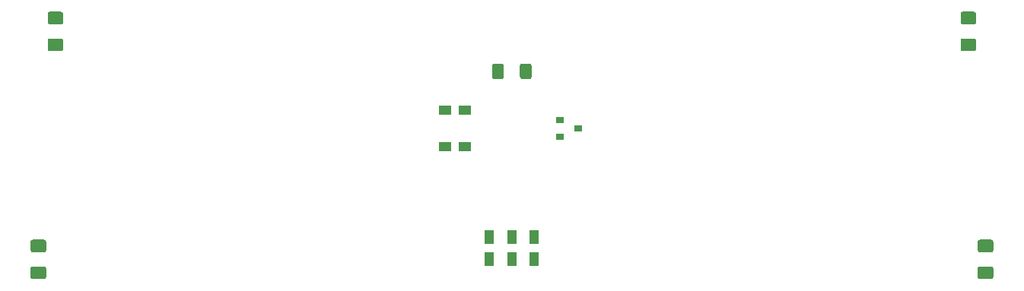
<source format=gbr>
%TF.GenerationSoftware,KiCad,Pcbnew,5.99.0+really5.1.10+dfsg1-1+b1*%
%TF.CreationDate,2021-10-24T20:32:13-05:00*%
%TF.ProjectId,dragonfly,64726167-6f6e-4666-9c79-2e6b69636164,A*%
%TF.SameCoordinates,Original*%
%TF.FileFunction,Paste,Top*%
%TF.FilePolarity,Positive*%
%FSLAX46Y46*%
G04 Gerber Fmt 4.6, Leading zero omitted, Abs format (unit mm)*
G04 Created by KiCad (PCBNEW 5.99.0+really5.1.10+dfsg1-1+b1) date 2021-10-24 20:32:13*
%MOMM*%
%LPD*%
G01*
G04 APERTURE LIST*
%ADD10R,1.000000X1.600000*%
%ADD11R,0.900000X0.800000*%
%ADD12R,1.350000X1.100000*%
G04 APERTURE END LIST*
D10*
%TO.C,SW1*%
X124500000Y-84385000D03*
X127000000Y-84385000D03*
X129500000Y-84385000D03*
X124500000Y-81985000D03*
X127000000Y-81985000D03*
X129500000Y-81985000D03*
%TD*%
%TO.C,R1*%
G36*
G01*
X127900000Y-64125000D02*
X127900000Y-62875000D01*
G75*
G02*
X128150000Y-62625000I250000J0D01*
G01*
X128950000Y-62625000D01*
G75*
G02*
X129200000Y-62875000I0J-250000D01*
G01*
X129200000Y-64125000D01*
G75*
G02*
X128950000Y-64375000I-250000J0D01*
G01*
X128150000Y-64375000D01*
G75*
G02*
X127900000Y-64125000I0J250000D01*
G01*
G37*
G36*
G01*
X124800000Y-64125000D02*
X124800000Y-62875000D01*
G75*
G02*
X125050000Y-62625000I250000J0D01*
G01*
X125850000Y-62625000D01*
G75*
G02*
X126100000Y-62875000I0J-250000D01*
G01*
X126100000Y-64125000D01*
G75*
G02*
X125850000Y-64375000I-250000J0D01*
G01*
X125050000Y-64375000D01*
G75*
G02*
X124800000Y-64125000I0J250000D01*
G01*
G37*
%TD*%
D11*
%TO.C,Q1*%
X134350000Y-69850000D03*
X132350000Y-70800000D03*
X132350000Y-68900000D03*
%TD*%
D12*
%TO.C,L1*%
X121775000Y-67800000D03*
X121775000Y-71900000D03*
X119525000Y-71900000D03*
X119525000Y-67800000D03*
%TD*%
%TO.C,D8*%
G36*
G01*
X179080000Y-85230000D02*
X180330000Y-85230000D01*
G75*
G02*
X180580000Y-85480000I0J-250000D01*
G01*
X180580000Y-86405000D01*
G75*
G02*
X180330000Y-86655000I-250000J0D01*
G01*
X179080000Y-86655000D01*
G75*
G02*
X178830000Y-86405000I0J250000D01*
G01*
X178830000Y-85480000D01*
G75*
G02*
X179080000Y-85230000I250000J0D01*
G01*
G37*
G36*
G01*
X179080000Y-82255000D02*
X180330000Y-82255000D01*
G75*
G02*
X180580000Y-82505000I0J-250000D01*
G01*
X180580000Y-83430000D01*
G75*
G02*
X180330000Y-83680000I-250000J0D01*
G01*
X179080000Y-83680000D01*
G75*
G02*
X178830000Y-83430000I0J250000D01*
G01*
X178830000Y-82505000D01*
G75*
G02*
X179080000Y-82255000I250000J0D01*
G01*
G37*
%TD*%
%TO.C,D7*%
G36*
G01*
X74920000Y-83680000D02*
X73670000Y-83680000D01*
G75*
G02*
X73420000Y-83430000I0J250000D01*
G01*
X73420000Y-82505000D01*
G75*
G02*
X73670000Y-82255000I250000J0D01*
G01*
X74920000Y-82255000D01*
G75*
G02*
X75170000Y-82505000I0J-250000D01*
G01*
X75170000Y-83430000D01*
G75*
G02*
X74920000Y-83680000I-250000J0D01*
G01*
G37*
G36*
G01*
X74920000Y-86655000D02*
X73670000Y-86655000D01*
G75*
G02*
X73420000Y-86405000I0J250000D01*
G01*
X73420000Y-85480000D01*
G75*
G02*
X73670000Y-85230000I250000J0D01*
G01*
X74920000Y-85230000D01*
G75*
G02*
X75170000Y-85480000I0J-250000D01*
G01*
X75170000Y-86405000D01*
G75*
G02*
X74920000Y-86655000I-250000J0D01*
G01*
G37*
%TD*%
%TO.C,D6*%
G36*
G01*
X177175000Y-59830000D02*
X178425000Y-59830000D01*
G75*
G02*
X178675000Y-60080000I0J-250000D01*
G01*
X178675000Y-61005000D01*
G75*
G02*
X178425000Y-61255000I-250000J0D01*
G01*
X177175000Y-61255000D01*
G75*
G02*
X176925000Y-61005000I0J250000D01*
G01*
X176925000Y-60080000D01*
G75*
G02*
X177175000Y-59830000I250000J0D01*
G01*
G37*
G36*
G01*
X177175000Y-56855000D02*
X178425000Y-56855000D01*
G75*
G02*
X178675000Y-57105000I0J-250000D01*
G01*
X178675000Y-58030000D01*
G75*
G02*
X178425000Y-58280000I-250000J0D01*
G01*
X177175000Y-58280000D01*
G75*
G02*
X176925000Y-58030000I0J250000D01*
G01*
X176925000Y-57105000D01*
G75*
G02*
X177175000Y-56855000I250000J0D01*
G01*
G37*
%TD*%
%TO.C,D5*%
G36*
G01*
X76825000Y-58280000D02*
X75575000Y-58280000D01*
G75*
G02*
X75325000Y-58030000I0J250000D01*
G01*
X75325000Y-57105000D01*
G75*
G02*
X75575000Y-56855000I250000J0D01*
G01*
X76825000Y-56855000D01*
G75*
G02*
X77075000Y-57105000I0J-250000D01*
G01*
X77075000Y-58030000D01*
G75*
G02*
X76825000Y-58280000I-250000J0D01*
G01*
G37*
G36*
G01*
X76825000Y-61255000D02*
X75575000Y-61255000D01*
G75*
G02*
X75325000Y-61005000I0J250000D01*
G01*
X75325000Y-60080000D01*
G75*
G02*
X75575000Y-59830000I250000J0D01*
G01*
X76825000Y-59830000D01*
G75*
G02*
X77075000Y-60080000I0J-250000D01*
G01*
X77075000Y-61005000D01*
G75*
G02*
X76825000Y-61255000I-250000J0D01*
G01*
G37*
%TD*%
M02*

</source>
